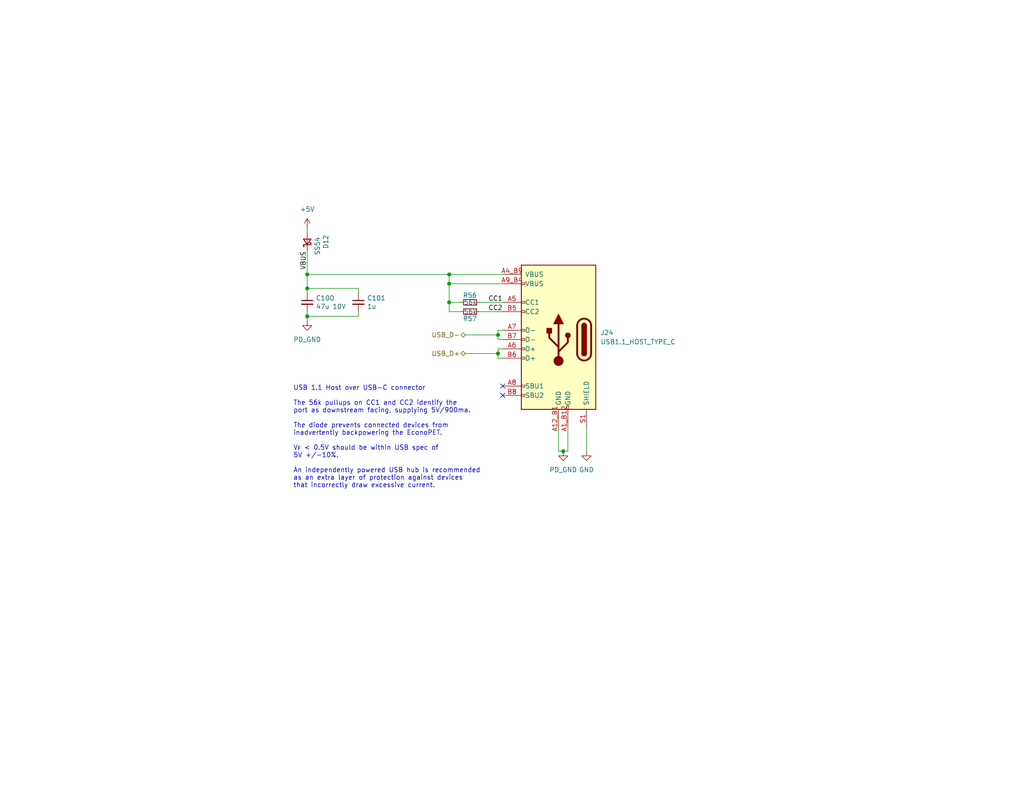
<source format=kicad_sch>
(kicad_sch (version 20211123) (generator eeschema)
  (paper "A")
  (title_block (title "EconoPET 40/8096") (date "2023-11-21") (rev "B"))
  (lib_symbols
    (symbol "Device:C_Small" (pin_numbers hide) (pin_names (offset 0.254) hide)
      (property "Reference" "C" (at 0.254 1.778 0))
      (property "Value" "C_Small" (at 0.254 -2.032 0))
      (symbol "C_Small_0_1"
        (polyline (pts (xy -1.524 -0.508) (xy 1.524 -0.508)) (stroke (width 0.3302)))
        (polyline (pts (xy -1.524 0.508) (xy 1.524 0.508)) (stroke (width 0.3048)))
      )
      (symbol "C_Small_1_1"
        (pin passive line (at 0 2.54 270) (length 2.032) (name "~") (number "1"))
        (pin passive line (at 0 -2.54 90) (length 2.032) (name "~") (number "2"))
      )
    )
    (symbol "Device:D_Schottky_Small" (pin_numbers hide) (pin_names (offset 0.254) hide)
      (property "Reference" "D" (at -1.27 2.032 0))
      (property "Value" "D_Schottky_Small" (at -7.112 -2.032 0))
      (symbol "D_Schottky_Small_0_1"
        (polyline (pts (xy -0.762 0) (xy 0.762 0)))
        (polyline (pts (xy 0.762 -1.016) (xy -0.762 0) (xy 0.762 1.016) (xy 0.762 -1.016)) (stroke (width 0.254)))
        (polyline (pts (xy -1.27 0.762) (xy -1.27 1.016) (xy -0.762 1.016) (xy -0.762 -1.016) (xy -0.254 -1.016) (xy -0.254 -0.762)) (stroke (width 0.254)))
      )
      (symbol "D_Schottky_Small_1_1"
        (pin passive line (at -2.54 0 0) (length 1.778) (name "K") (number "1"))
        (pin passive line (at 2.54 0 180) (length 1.778) (name "A") (number "2"))
      )
    )
    (symbol "Device:R_Small" (pin_numbers hide) (pin_names (offset 0.254) hide)
      (property "Reference" "R" (at 0.762 0.508 0))
      (property "Value" "R_Small" (at 0.762 -1.016 0))
      (symbol "R_Small_0_1"
        (rectangle (start -0.762 1.778) (end 0.762 -1.778) (stroke (width 0.2032)))
      )
      (symbol "R_Small_1_1"
        (pin passive line (at 0 2.54 270) (length 0.762) (name "~") (number "1"))
        (pin passive line (at 0 -2.54 90) (length 0.762) (name "~") (number "2"))
      )
    )
    (symbol "JLCPCB:USB_C_Receptacle_USB2.0" (pin_names (offset 1.016))
      (property "Reference" "J14" (at 0 25.4 0))
      (property "Value" "USB2.0_HOST_TYPE_C" (at 0 22.86 0))
      (symbol "USB_C_Receptacle_USB2.0_0_0"
        (rectangle (start -2.794 -19.05) (end -2.286 -18.034))
        (rectangle (start 10.16 -14.986) (end 9.144 -15.494))
        (rectangle (start 10.16 -12.446) (end 9.144 -12.954))
        (rectangle (start 10.16 -4.826) (end 9.144 -5.334))
        (rectangle (start 10.16 -2.286) (end 9.144 -2.794))
        (rectangle (start 10.16 0.254) (end 9.144 -0.254))
        (rectangle (start 10.16 2.794) (end 9.144 2.286))
        (rectangle (start 10.16 7.874) (end 9.144 7.366))
        (rectangle (start 10.16 10.414) (end 9.144 9.906))
        (rectangle (start 10.16 15.494) (end 9.144 14.986))
      )
      (symbol "USB_C_Receptacle_USB2.0_0_1"
        (rectangle (start -10.16 20.32) (end 10.16 -19.05) (stroke (width 0.254)) (fill (type background)))
        (arc (start -8.89 -3.81) (mid -6.985 -5.715) (end -5.08 -3.81) (stroke (width 0.508)))
        (arc (start -7.62 -3.81) (mid -6.985 -4.445) (end -6.35 -3.81) (stroke (width 0.254)))
        (arc (start -7.62 -3.81) (mid -6.985 -4.445) (end -6.35 -3.81) (stroke (width 0.254)) (fill (type outline)))
        (rectangle (start -7.62 -3.81) (end -6.35 3.81) (stroke (width 0.254)) (fill (type outline)))
        (arc (start -6.35 3.81) (mid -6.985 4.445) (end -7.62 3.81) (stroke (width 0.254)))
        (arc (start -6.35 3.81) (mid -6.985 4.445) (end -7.62 3.81) (stroke (width 0.254)) (fill (type outline)))
        (arc (start -5.08 3.81) (mid -6.985 5.715) (end -8.89 3.81) (stroke (width 0.508)))
        (circle (center -2.54 1.143) (radius 0.635) (stroke (width 0.254)) (fill (type outline)))
        (circle (center 0 -5.842) (radius 1.27) (fill (type outline)))
        (polyline (pts (xy -8.89 -3.81) (xy -8.89 3.81)) (stroke (width 0.508)))
        (polyline (pts (xy -5.08 3.81) (xy -5.08 -3.81)) (stroke (width 0.508)))
        (polyline (pts (xy 0 -5.842) (xy 0 4.318)) (stroke (width 0.508)))
        (polyline (pts (xy 0 -3.302) (xy -2.54 -0.762) (xy -2.54 0.508)) (stroke (width 0.508)))
        (polyline (pts (xy 0 -2.032) (xy 2.54 0.508) (xy 2.54 1.778)) (stroke (width 0.508)))
        (polyline (pts (xy -1.27 4.318) (xy 0 6.858) (xy 1.27 4.318) (xy -1.27 4.318)) (stroke (width 0.254)) (fill (type outline)))
        (rectangle (start 1.905 1.778) (end 3.175 3.048) (stroke (width 0.254)) (fill (type outline)))
      )
      (symbol "USB_C_Receptacle_USB2.0_1_1"
        (pin passive line (at 0 -24.13 90) (length 5.08) (name "GND") (number "A12_B1"))
        (pin passive line (at -2.54 -24.13 90) (length 5.08) (name "GND") (number "A1_B12"))
        (pin passive line (at 15.24 17.78 180) (length 5.08) (name "VBUS") (number "A4_B9"))
        (pin bidirectional line (at 15.24 10.16 180) (length 5.08) (name "CC1") (number "A5"))
        (pin bidirectional line (at 15.24 -2.54 180) (length 5.08) (name "D+") (number "A6"))
        (pin bidirectional line (at 15.24 2.54 180) (length 5.08) (name "D-") (number "A7"))
        (pin bidirectional line (at 15.24 -12.7 180) (length 5.08) (name "SBU1") (number "A8"))
        (pin passive line (at 15.24 15.24 180) (length 5.08) (name "VBUS") (number "A9_B4"))
        (pin bidirectional line (at 15.24 7.62 180) (length 5.08) (name "CC2") (number "B5"))
        (pin bidirectional line (at 15.24 -5.08 180) (length 5.08) (name "D+") (number "B6"))
        (pin bidirectional line (at 15.24 0 180) (length 5.08) (name "D-") (number "B7"))
        (pin bidirectional line (at 15.24 -15.24 180) (length 5.08) (name "SBU2") (number "B8"))
        (pin passive line (at -7.62 -24.13 90) (length 5.08) (name "SHIELD") (number "S1"))
      )
    )
    (symbol "PET:PD_GND" (power) (pin_names (offset 0))
      (property "Value" "PD_GND" (at 0 -3.81 0))
      (symbol "PD_GND_0_1"
        (polyline (pts (xy 0 0) (xy 0 -1.27) (xy 1.27 -1.27) (xy 0 -2.54) (xy -1.27 -1.27) (xy 0 -1.27)))
      )
      (symbol "PD_GND_1_1"
        (pin power_in line (at 0 0 270) (length 0) hide (name "PD_GND") (number "1"))
      )
    )
    (symbol "power:+5V" (power) (pin_names (offset 0))
      (property "Value" "+5V" (at 0 3.556 0))
      (symbol "+5V_0_1"
        (polyline (pts (xy -0.762 1.27) (xy 0 2.54)))
        (polyline (pts (xy 0 0) (xy 0 2.54)))
        (polyline (pts (xy 0 2.54) (xy 0.762 1.27)))
      )
      (symbol "+5V_1_1"
        (pin power_in line (at 0 0 90) (length 0) hide (name "+5V") (number "1"))
      )
    )
    (symbol "power:GND" (power) (pin_names (offset 0))
      (property "Value" "GND" (at 0 -3.81 0))
      (symbol "GND_0_1"
        (polyline (pts (xy 0 0) (xy 0 -1.27) (xy 1.27 -1.27) (xy 0 -2.54) (xy -1.27 -1.27) (xy 0 -1.27)))
      )
      (symbol "GND_1_1"
        (pin power_in line (at 0 0 270) (length 0) hide (name "GND") (number "1"))
      )
    )
  )
  (junction (at 153.67 123.19))
  (junction (at 122.555 77.47))
  (junction (at 83.82 78.74))
  (junction (at 83.82 74.93))
  (junction (at 83.82 86.36))
  (junction (at 135.89 96.52))
  (junction (at 135.89 91.44))
  (junction (at 122.555 82.55))
  (junction (at 122.555 74.93))
  (no_connect (at 137.16 105.41))
  (no_connect (at 137.16 107.95))
  (wire (pts (xy 83.82 74.93) (xy 83.82 78.74)))
  (wire (pts (xy 83.82 78.74) (xy 97.79 78.74)))
  (wire (pts (xy 137.16 95.25) (xy 135.89 95.25)))
  (wire (pts (xy 122.555 77.47) (xy 137.16 77.47)))
  (wire (pts (xy 83.82 68.58) (xy 83.82 74.93)))
  (wire (pts (xy 137.16 92.71) (xy 135.89 92.71)))
  (wire (pts (xy 83.82 62.23) (xy 83.82 63.5)))
  (wire (pts (xy 137.16 90.17) (xy 135.89 90.17)))
  (wire (pts (xy 154.94 116.84) (xy 154.94 123.19)))
  (wire (pts (xy 122.555 82.55) (xy 122.555 77.47)))
  (wire (pts (xy 83.82 78.74) (xy 83.82 80.01)))
  (wire (pts (xy 83.82 74.93) (xy 122.555 74.93)))
  (wire (pts (xy 130.81 82.55) (xy 137.16 82.55)))
  (wire (pts (xy 137.16 97.79) (xy 135.89 97.79)))
  (wire (pts (xy 122.555 85.09) (xy 122.555 82.55)))
  (wire (pts (xy 122.555 82.55) (xy 125.73 82.55)))
  (wire (pts (xy 152.4 123.19) (xy 153.67 123.19)))
  (wire (pts (xy 135.89 91.44) (xy 127 91.44)))
  (wire (pts (xy 135.89 96.52) (xy 127 96.52)))
  (wire (pts (xy 83.82 87.63) (xy 83.82 86.36)))
  (wire (pts (xy 122.555 77.47) (xy 122.555 74.93)))
  (wire (pts (xy 152.4 116.84) (xy 152.4 123.19)))
  (wire (pts (xy 97.79 85.09) (xy 97.79 86.36)))
  (wire (pts (xy 83.82 86.36) (xy 97.79 86.36)))
  (wire (pts (xy 135.89 95.25) (xy 135.89 96.52)))
  (wire (pts (xy 83.82 85.09) (xy 83.82 86.36)))
  (wire (pts (xy 135.89 96.52) (xy 135.89 97.79)))
  (wire (pts (xy 135.89 90.17) (xy 135.89 91.44)))
  (wire (pts (xy 122.555 74.93) (xy 137.16 74.93)))
  (wire (pts (xy 153.67 123.19) (xy 154.94 123.19)))
  (wire (pts (xy 135.89 91.44) (xy 135.89 92.71)))
  (wire (pts (xy 97.79 80.01) (xy 97.79 78.74)))
  (wire (pts (xy 160.02 116.84) (xy 160.02 123.19)))
  (wire (pts (xy 125.73 85.09) (xy 122.555 85.09)))
  (wire (pts (xy 130.81 85.09) (xy 137.16 85.09)))
  (text "USB 1.1 Host over USB-C connector\n\nThe 56k pullups on CC1 and CC2 identify the\nport as downstream facing, supplying 5V/900ma.\n\nThe diode prevents connected devices from\ninadvertently backpowering the EconoPET.\n\nV_{F} < 0.5V should be within USB spec of\n5V +/-10%.\n\nAn independently powered USB hub is recommended\nas an extra layer of protection against devices\nthat incorrectly draw excessive current.\n" (at 80.01 133.35 0) (effects (font (size 1.27 1.27)) (justify left bottom)))
  (label "VBUS" (at 83.82 68.58 270))
  (label "CC2" (at 137.16 85.09 180))
  (label "CC1" (at 137.16 82.55 180))
  (hierarchical_label "USB_D+" (shape bidirectional) (at 127 96.52 180))
  (hierarchical_label "USB_D-" (shape bidirectional) (at 127 91.44 180))
  (symbol (lib_id "Device:C_Small") (at 97.79 82.55 0) (unit 1)
    (property "Reference" "C101" (at 100.1268 81.3816 0) (effects (justify left)))
    (property "Value" "1u" (at 100.1268 83.693 0) (effects (justify left)))
    (property "Footprint" "Capacitor_SMD:C_0402_1005Metric" (effects hide))
    (property "Datasheet" "https://datasheet.lcsc.com/lcsc/2304140030_Samsung-Electro-Mechanics-CL05A105KA5NQNC_C52923.pdf" (effects hide))
    (property "LCSC" "C52923" (effects hide))
  )
  (symbol (lib_id "PET:PD_GND") (at 83.82 87.63 0) (unit 1)
    (property "Reference" "#PWR0171" (effects hide))
    (property "Value" "PD_GND" (at 83.82 92.71 0))
  )
  (symbol (lib_id "JLCPCB:USB_C_Receptacle_USB2.0") (at 152.4 92.71 0) (mirror y) (unit 1)
    (property "Reference" "J24" (at 163.83 90.8049 0) (effects (justify right)))
    (property "Value" "USB1.1_HOST_TYPE_C" (at 163.83 93.3449 0) (effects (justify right)))
    (property "Footprint" "JLCPCB:USB-C_SMD-TYPE-C-31-M-12" (effects hide))
    (property "Datasheet" "https://datasheet.lcsc.com/lcsc/2205251630_Korean-Hroparts-Elec-TYPE-C-31-M-12_C165948.pdf" (effects hide))
    (property "LCSC" "C165948" (effects hide))
  )
  (symbol (lib_id "Device:D_Schottky_Small") (at 83.82 66.04 90) (unit 1)
    (property "Reference" "D12" (at 88.9 66.04 0))
    (property "Value" "SS54" (at 86.614 67.183 0))
    (property "Footprint" "Diode_SMD:D_SMA" (effects hide))
    (property "Datasheet" "https://datasheet.lcsc.com/lcsc/2303141100_MDD-Microdiode-Electronics--SS54_C22452.pdf" (effects hide))
    (property "LCSC" "C22452" (effects hide))
  )
  (symbol (lib_id "Device:R_Small") (at 128.27 85.09 90) (mirror x) (unit 1)
    (property "Reference" "R57" (at 130.175 86.995 90) (effects (justify left)))
    (property "Value" "56k" (at 130.175 85.09 90) (effects (justify left)))
    (property "Footprint" "Resistor_SMD:R_0402_1005Metric" (effects hide))
    (property "Datasheet" "https://datasheet.lcsc.com/lcsc/2206010100_UNI-ROYAL-Uniroyal-Elec-0402WGF5602TCE_C25796.pdf" (effects hide))
    (property "LCSC" "C25796" (effects hide))
  )
  (symbol (lib_id "Device:C_Small") (at 83.82 82.55 0) (unit 1)
    (property "Reference" "C100" (at 86.1568 81.3816 0) (effects (justify left)))
    (property "Value" "47u 10V" (at 86.1568 83.693 0) (effects (justify left)))
    (property "Footprint" "Capacitor_SMD:C_1206_3216Metric" (effects hide))
    (property "Datasheet" "https://datasheet.lcsc.com/lcsc/2304140030_Samsung-Electro-Mechanics-CL31A476MPHNNNE_C96123.pdf" (effects hide))
    (property "LCSC" "C96123" (effects hide))
  )
  (symbol (lib_id "power:+5V") (at 83.82 62.23 0) (mirror y) (unit 1)
    (property "Reference" "#PWR0170" (effects hide))
    (property "Value" "+5V" (at 83.82 57.15 0))
  )
  (symbol (lib_id "Device:R_Small") (at 128.27 82.55 90) (mirror x) (unit 1)
    (property "Reference" "R56" (at 130.175 80.645 90) (effects (justify left)))
    (property "Value" "56k" (at 130.175 82.55 90) (effects (justify left)))
    (property "Footprint" "Resistor_SMD:R_0402_1005Metric" (effects hide))
    (property "Datasheet" "https://datasheet.lcsc.com/lcsc/2206010100_UNI-ROYAL-Uniroyal-Elec-0402WGF5602TCE_C25796.pdf" (effects hide))
    (property "LCSC" "C25796" (effects hide))
  )
  (symbol (lib_id "PET:PD_GND") (at 153.67 123.19 0) (unit 1)
    (property "Reference" "#PWR0172" (effects hide))
    (property "Value" "PD_GND" (at 153.67 128.27 0))
  )
  (symbol (lib_id "power:GND") (at 160.02 123.19 0) (unit 1)
    (property "Reference" "#PWR0173" (effects hide))
    (property "Value" "GND" (at 160.02 128.27 0))
  )
)
</source>
